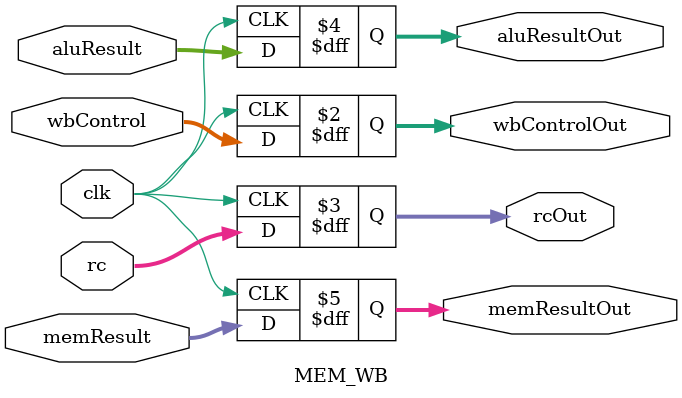
<source format=v>
module MEM_WB(clk, wbControl, rc, aluResult, memResult, wbControlOut, rcOut, aluResultOut, memResultOut);
	input clk;
	input [1:0] wbControl;
	input [4:0] rc;
	input [31:0] aluResult, memResult;
	
	output reg [1:0] wbControlOut;
	output reg [4:0] rcOut;
	output reg [31:0] aluResultOut, memResultOut;
	
	always@(posedge clk) begin
		wbControlOut <= wbControl;
		rcOut <= rc;
		aluResultOut <= aluResult;
		memResultOut <= memResult;
	end
	
endmodule
</source>
